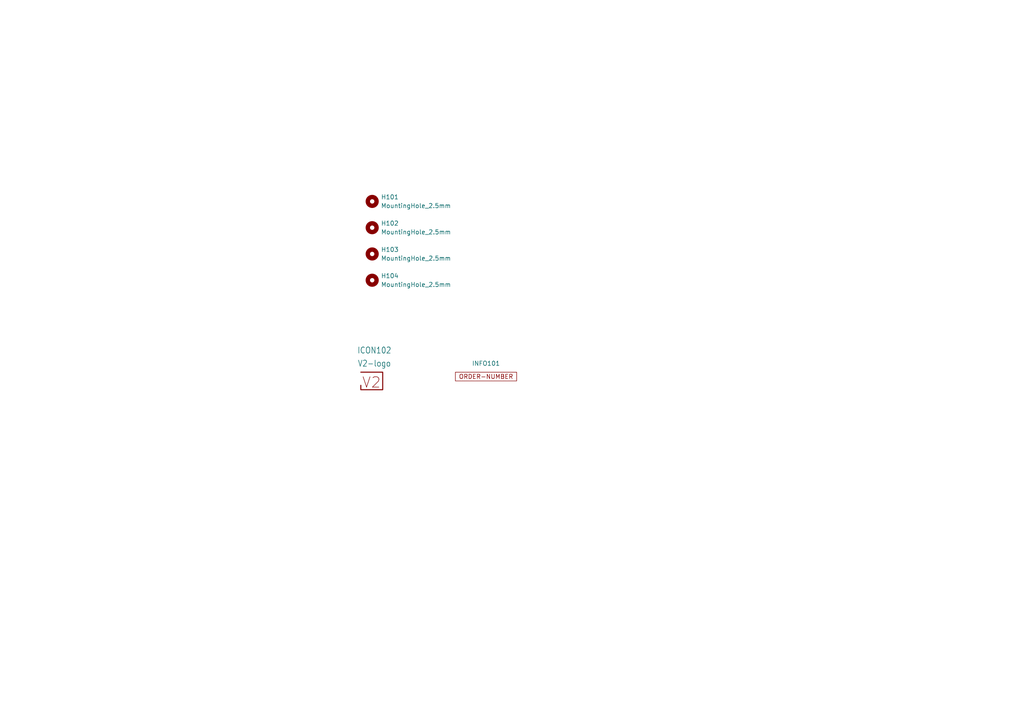
<source format=kicad_sch>
(kicad_sch (version 20231120) (generator "eeschema") (generator_version "8.0")
  (paper "A4")
  (title_block (title "V2 Rpi Camera HQ") (date "2023-10-11") (rev "1") (company "Versio Duo") (comment 1 "Cover"))
  (lib_symbols
    (symbol "V2_Artwork:V2-logo" (in_bom no)
      (property "Reference" "ICON" (at -3.302 3.81 0))
      (symbol "V2-logo_1_0"
        (polyline (pts (xy -3.302 2.54) (xy 3.048 2.54) (xy 3.048 -2.54) (xy -3.302 -2.54) (xy -3.302 -1.27)) (stroke (width 0.3)))
        (text "V2" (at -0.2055 -0.4053 0) (effects (font (size 3 3))))
      )
    )
    (symbol "V2_Mechanical:MountingHole_2.5mm" (pin_names (offset 1.016)) (in_bom no)
      (property "Reference" "H" (at 0 5.08 0))
      (property "Value" "MountingHole_2.5mm" (at 0 3.175 0))
      (symbol "MountingHole_2.5mm_0_1"
        (circle (center 0 0) (radius 1.27) (stroke (width 1.27)))
      )
    )
    (symbol "V2_Production:Order_Number" (in_bom no)
      (property "Reference" "INFO" (at 0 2.54 0))
      (symbol "Order_Number_0_0"
        (text "ORDER-NUMBER" (at 0 0 0) (effects (font (size 1.27 1.27))))
      )
      (symbol "Order_Number_0_1"
        (rectangle (start -8.89 1.27) (end 8.89 -1.27))
      )
    )
  )
  (symbol (lib_id "V2_Mechanical:MountingHole_2.5mm") (at 107.95 66.04 270) (unit 1) (exclude_from_sim yes) (in_bom no)
    (property "Reference" "H102" (at 110.49 64.77 90) (effects (justify left)))
    (property "Value" "MountingHole_2.5mm" (at 110.49 67.31 90) (effects (justify left)))
    (property "Footprint" "V2_Mechanical:MountingHole_2.5mm" (effects (hide yes)))
  )
  (symbol (lib_id "V2_Production:Order_Number") (at 140.97 109.22 0) (unit 1) (exclude_from_sim yes) (in_bom no)
    (property "Reference" "INFO101" (at 140.97 105.41 0))
    (property "Value" "ORDER-NUMBER" (effects (hide yes)))
    (property "Footprint" "V2_Production:Order_Number" (effects (hide yes)))
  )
  (symbol (lib_id "V2_Mechanical:MountingHole_2.5mm") (at 107.95 81.28 270) (unit 1) (exclude_from_sim yes) (in_bom no)
    (property "Reference" "H104" (at 110.49 80.01 90) (effects (justify left)))
    (property "Value" "MountingHole_2.5mm" (at 110.49 82.55 90) (effects (justify left)))
    (property "Footprint" "V2_Mechanical:MountingHole_2.5mm" (effects (hide yes)))
  )
  (symbol (lib_id "V2_Mechanical:MountingHole_2.5mm") (at 107.95 58.42 270) (unit 1) (exclude_from_sim yes) (in_bom no)
    (property "Reference" "H101" (at 110.49 57.1499 90) (effects (justify left)))
    (property "Value" "MountingHole_2.5mm" (at 120.65 59.6899 90))
    (property "Footprint" "V2_Mechanical:MountingHole_2.5mm" (effects (hide yes)))
  )
  (symbol (lib_id "V2_Artwork:V2-logo") (at 107.95 110.49 0) (unit 1) (exclude_from_sim yes) (in_bom no)
    (property "Reference" "ICON102" (at 108.585 101.6 0) (effects (font (size 1.778 1.5113))))
    (property "Value" "V2-logo" (at 108.585 105.41 0) (effects (font (size 1.778 1.5113))))
    (property "Footprint" "V2_Artwork:Logo_Small" (effects (hide yes)))
  )
  (symbol (lib_id "V2_Mechanical:MountingHole_2.5mm") (at 107.95 73.66 270) (unit 1) (exclude_from_sim yes) (in_bom no)
    (property "Reference" "H103" (at 110.49 72.39 90) (effects (justify left)))
    (property "Value" "MountingHole_2.5mm" (at 110.49 74.93 90) (effects (justify left)))
    (property "Footprint" "V2_Mechanical:MountingHole_2.5mm" (effects (hide yes)))
  )
)
</source>
